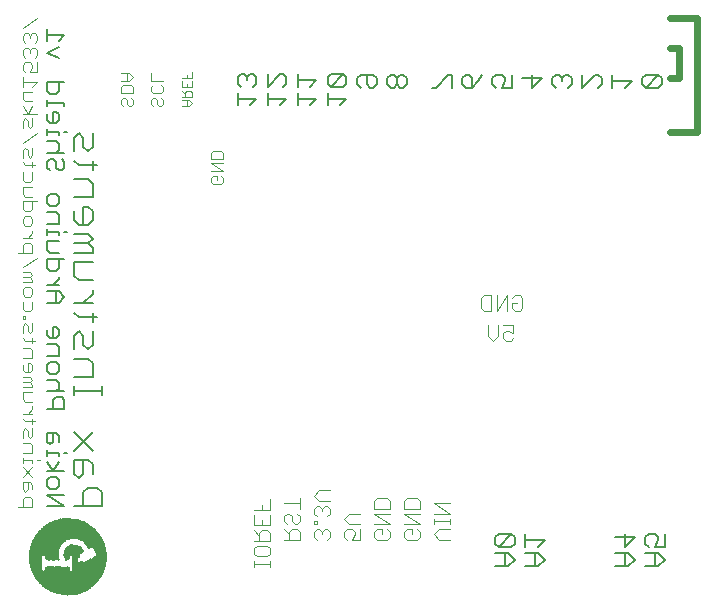
<source format=gbo>
G75*
%MOIN*%
%OFA0B0*%
%FSLAX25Y25*%
%IPPOS*%
%LPD*%
%AMOC8*
5,1,8,0,0,1.08239X$1,22.5*
%
%ADD10C,0.00400*%
%ADD11C,0.00300*%
%ADD12C,0.00500*%
%ADD13C,0.00600*%
%ADD14C,0.02400*%
%ADD15C,0.00800*%
%ADD16R,0.00100X0.01600*%
%ADD17R,0.00100X0.03600*%
%ADD18R,0.00100X0.04800*%
%ADD19R,0.00100X0.05800*%
%ADD20R,0.00100X0.06600*%
%ADD21R,0.00100X0.07300*%
%ADD22R,0.00100X0.08000*%
%ADD23R,0.00100X0.08600*%
%ADD24R,0.00100X0.09100*%
%ADD25R,0.00100X0.09600*%
%ADD26R,0.00100X0.10100*%
%ADD27R,0.00100X0.10600*%
%ADD28R,0.00100X0.11000*%
%ADD29R,0.00100X0.11400*%
%ADD30R,0.00100X0.11800*%
%ADD31R,0.00100X0.12200*%
%ADD32R,0.00100X0.12600*%
%ADD33R,0.00100X0.12900*%
%ADD34R,0.00100X0.13200*%
%ADD35R,0.00100X0.13600*%
%ADD36R,0.00100X0.13800*%
%ADD37R,0.00100X0.14200*%
%ADD38R,0.00100X0.14400*%
%ADD39R,0.00100X0.14800*%
%ADD40R,0.00100X0.15000*%
%ADD41R,0.00100X0.15300*%
%ADD42R,0.00100X0.15600*%
%ADD43R,0.00100X0.15800*%
%ADD44R,0.00100X0.16100*%
%ADD45R,0.00100X0.16400*%
%ADD46R,0.00100X0.16600*%
%ADD47R,0.00100X0.16800*%
%ADD48R,0.00100X0.17000*%
%ADD49R,0.00100X0.17200*%
%ADD50R,0.00100X0.17500*%
%ADD51R,0.00100X0.17700*%
%ADD52R,0.00100X0.17900*%
%ADD53R,0.00100X0.18100*%
%ADD54R,0.00100X0.18300*%
%ADD55R,0.00100X0.18500*%
%ADD56R,0.00100X0.18700*%
%ADD57R,0.00100X0.18900*%
%ADD58R,0.00100X0.19000*%
%ADD59R,0.00100X0.04900*%
%ADD60R,0.00100X0.09300*%
%ADD61R,0.00100X0.05000*%
%ADD62R,0.00100X0.09400*%
%ADD63R,0.00100X0.05100*%
%ADD64R,0.00100X0.09500*%
%ADD65R,0.00100X0.05200*%
%ADD66R,0.00100X0.05300*%
%ADD67R,0.00100X0.09700*%
%ADD68R,0.00100X0.09800*%
%ADD69R,0.00100X0.05400*%
%ADD70R,0.00100X0.05500*%
%ADD71R,0.00100X0.09900*%
%ADD72R,0.00100X0.05600*%
%ADD73R,0.00100X0.10000*%
%ADD74R,0.00100X0.05700*%
%ADD75R,0.00100X0.10200*%
%ADD76R,0.00100X0.06900*%
%ADD77R,0.00100X0.11300*%
%ADD78R,0.00100X0.07200*%
%ADD79R,0.00100X0.11600*%
%ADD80R,0.00100X0.07400*%
%ADD81R,0.00100X0.07500*%
%ADD82R,0.00100X0.11900*%
%ADD83R,0.00100X0.07700*%
%ADD84R,0.00100X0.12000*%
%ADD85R,0.00100X0.07800*%
%ADD86R,0.00100X0.07900*%
%ADD87R,0.00100X0.12300*%
%ADD88R,0.00100X0.12400*%
%ADD89R,0.00100X0.12500*%
%ADD90R,0.00100X0.08100*%
%ADD91R,0.00100X0.08200*%
%ADD92R,0.00100X0.08300*%
%ADD93R,0.00100X0.12700*%
%ADD94R,0.00100X0.08400*%
%ADD95R,0.00100X0.12800*%
%ADD96R,0.00100X0.08500*%
%ADD97R,0.00100X0.13000*%
%ADD98R,0.00100X0.13100*%
%ADD99R,0.00100X0.08700*%
%ADD100R,0.00100X0.08800*%
%ADD101R,0.00100X0.08900*%
%ADD102R,0.00100X0.13300*%
%ADD103R,0.00100X0.13400*%
%ADD104R,0.00100X0.09000*%
%ADD105R,0.00100X0.13500*%
%ADD106R,0.00100X0.09200*%
%ADD107R,0.00100X0.13700*%
%ADD108R,0.00100X0.01100*%
%ADD109R,0.00100X0.10800*%
%ADD110R,0.00100X0.00600*%
%ADD111R,0.00100X0.10400*%
%ADD112R,0.00100X0.00300*%
%ADD113R,0.00100X0.00700*%
%ADD114R,0.00100X0.01800*%
%ADD115R,0.00100X0.02400*%
%ADD116R,0.00100X0.02800*%
%ADD117R,0.00100X0.03200*%
%ADD118R,0.00100X0.03900*%
%ADD119R,0.00100X0.04100*%
%ADD120R,0.00100X0.07600*%
%ADD121R,0.00100X0.04200*%
%ADD122R,0.00100X0.04300*%
%ADD123R,0.00100X0.04400*%
%ADD124R,0.00100X0.04500*%
%ADD125R,0.00100X0.04600*%
%ADD126R,0.00100X0.04700*%
%ADD127R,0.00100X0.07100*%
%ADD128R,0.00100X0.07000*%
%ADD129R,0.00100X0.03700*%
%ADD130R,0.00100X0.03800*%
%ADD131R,0.00100X0.06800*%
%ADD132R,0.00100X0.16900*%
%ADD133R,0.00100X0.06700*%
%ADD134R,0.00100X0.16700*%
%ADD135R,0.00100X0.16500*%
%ADD136R,0.00100X0.11700*%
%ADD137R,0.00100X0.11500*%
%ADD138R,0.00100X0.11200*%
%ADD139R,0.00100X0.11100*%
%ADD140R,0.00100X0.10900*%
%ADD141R,0.00100X0.10700*%
%ADD142R,0.00100X0.10500*%
%ADD143R,0.00100X0.04000*%
%ADD144R,0.00100X0.00500*%
%ADD145R,0.00100X0.02900*%
%ADD146R,0.00100X0.02700*%
%ADD147R,0.00100X0.02500*%
%ADD148R,0.00100X0.02300*%
%ADD149R,0.00100X0.02200*%
%ADD150R,0.00100X0.02000*%
%ADD151R,0.00100X0.01700*%
%ADD152R,0.00100X0.01500*%
%ADD153R,0.00100X0.01300*%
%ADD154R,0.00100X0.10300*%
%ADD155R,0.00100X0.00800*%
%ADD156R,0.00100X0.00200*%
%ADD157R,0.00100X0.16200*%
%ADD158R,0.00100X0.16000*%
%ADD159R,0.00100X0.15500*%
%ADD160R,0.00100X0.15200*%
%ADD161R,0.00100X0.14700*%
%ADD162R,0.00100X0.14100*%
%ADD163R,0.00100X0.06400*%
%ADD164R,0.00100X0.03100*%
D10*
X0066089Y0071133D02*
X0070993Y0071133D01*
X0070993Y0073585D01*
X0070176Y0074403D01*
X0068541Y0074403D01*
X0067724Y0073585D01*
X0067724Y0071133D01*
X0068541Y0076013D02*
X0069358Y0076831D01*
X0069358Y0079283D01*
X0070176Y0079283D02*
X0067724Y0079283D01*
X0067724Y0076831D01*
X0068541Y0076013D01*
X0070993Y0076831D02*
X0070993Y0078465D01*
X0070176Y0079283D01*
X0070993Y0080893D02*
X0067724Y0084163D01*
X0067724Y0085774D02*
X0067724Y0087408D01*
X0067724Y0086591D02*
X0070993Y0086591D01*
X0070993Y0085774D01*
X0070993Y0084163D02*
X0067724Y0080893D01*
X0072628Y0086591D02*
X0073445Y0086591D01*
X0070993Y0089027D02*
X0070993Y0091479D01*
X0070176Y0092296D01*
X0067724Y0092296D01*
X0067724Y0093907D02*
X0067724Y0096359D01*
X0068541Y0097177D01*
X0069358Y0096359D01*
X0069358Y0094725D01*
X0070176Y0093907D01*
X0070993Y0094725D01*
X0070993Y0097177D01*
X0070993Y0098787D02*
X0070993Y0100422D01*
X0071810Y0099605D02*
X0068541Y0099605D01*
X0067724Y0100422D01*
X0067724Y0102041D02*
X0070993Y0102041D01*
X0069358Y0102041D02*
X0070993Y0103676D01*
X0070993Y0104493D01*
X0070993Y0106108D02*
X0068541Y0106108D01*
X0067724Y0106925D01*
X0067724Y0109377D01*
X0070993Y0109377D01*
X0070993Y0110988D02*
X0067724Y0110988D01*
X0067724Y0112622D02*
X0070176Y0112622D01*
X0070993Y0113440D01*
X0070176Y0114257D01*
X0067724Y0114257D01*
X0068541Y0115868D02*
X0070176Y0115868D01*
X0070993Y0116685D01*
X0070993Y0118320D01*
X0070176Y0119137D01*
X0069358Y0119137D01*
X0069358Y0115868D01*
X0068541Y0115868D02*
X0067724Y0116685D01*
X0067724Y0118320D01*
X0067724Y0120748D02*
X0070993Y0120748D01*
X0070993Y0123200D01*
X0070176Y0124018D01*
X0067724Y0124018D01*
X0068541Y0126446D02*
X0067724Y0127263D01*
X0068541Y0126446D02*
X0071810Y0126446D01*
X0070993Y0127263D02*
X0070993Y0125628D01*
X0070176Y0128882D02*
X0070993Y0129699D01*
X0070993Y0132151D01*
X0069358Y0131334D02*
X0069358Y0129699D01*
X0070176Y0128882D01*
X0067724Y0128882D02*
X0067724Y0131334D01*
X0068541Y0132151D01*
X0069358Y0131334D01*
X0068541Y0133762D02*
X0068541Y0134579D01*
X0067724Y0134579D01*
X0067724Y0133762D01*
X0068541Y0133762D01*
X0068541Y0136202D02*
X0067724Y0137019D01*
X0067724Y0139471D01*
X0068541Y0141082D02*
X0067724Y0141899D01*
X0067724Y0143534D01*
X0068541Y0144352D01*
X0070176Y0144352D01*
X0070993Y0143534D01*
X0070993Y0141899D01*
X0070176Y0141082D01*
X0068541Y0141082D01*
X0070993Y0139471D02*
X0070993Y0137019D01*
X0070176Y0136202D01*
X0068541Y0136202D01*
X0067724Y0145962D02*
X0070993Y0145962D01*
X0070993Y0146780D01*
X0070176Y0147597D01*
X0070993Y0148414D01*
X0070176Y0149232D01*
X0067724Y0149232D01*
X0067724Y0150842D02*
X0072628Y0154112D01*
X0070993Y0155723D02*
X0070993Y0158175D01*
X0070176Y0158992D01*
X0068541Y0158992D01*
X0067724Y0158175D01*
X0067724Y0155723D01*
X0066089Y0155723D02*
X0070993Y0155723D01*
X0070993Y0160603D02*
X0067724Y0160603D01*
X0069358Y0160603D02*
X0070993Y0162238D01*
X0070993Y0163055D01*
X0070176Y0164670D02*
X0068541Y0164670D01*
X0067724Y0165487D01*
X0067724Y0167122D01*
X0068541Y0167939D01*
X0070176Y0167939D01*
X0070993Y0167122D01*
X0070993Y0165487D01*
X0070176Y0164670D01*
X0070176Y0169550D02*
X0068541Y0169550D01*
X0067724Y0170367D01*
X0067724Y0172819D01*
X0072628Y0172819D01*
X0070993Y0172819D02*
X0070993Y0170367D01*
X0070176Y0169550D01*
X0070993Y0174430D02*
X0068541Y0174430D01*
X0067724Y0175247D01*
X0067724Y0177699D01*
X0070993Y0177699D01*
X0070176Y0179310D02*
X0068541Y0179310D01*
X0067724Y0180127D01*
X0067724Y0182580D01*
X0068541Y0185008D02*
X0067724Y0185825D01*
X0068541Y0185008D02*
X0071810Y0185008D01*
X0070993Y0185825D02*
X0070993Y0184190D01*
X0070993Y0182580D02*
X0070993Y0180127D01*
X0070176Y0179310D01*
X0070176Y0187444D02*
X0070993Y0188261D01*
X0070993Y0190713D01*
X0069358Y0189896D02*
X0069358Y0188261D01*
X0070176Y0187444D01*
X0067724Y0187444D02*
X0067724Y0189896D01*
X0068541Y0190713D01*
X0069358Y0189896D01*
X0067724Y0192324D02*
X0072628Y0195593D01*
X0070993Y0198021D02*
X0070993Y0200474D01*
X0069358Y0199656D02*
X0069358Y0198021D01*
X0070176Y0197204D01*
X0070993Y0198021D01*
X0069358Y0199656D02*
X0068541Y0200474D01*
X0067724Y0199656D01*
X0067724Y0197204D01*
X0067724Y0202084D02*
X0072628Y0202084D01*
X0070993Y0204536D02*
X0069358Y0202084D01*
X0067724Y0204536D01*
X0068541Y0206151D02*
X0067724Y0206968D01*
X0067724Y0209420D01*
X0070993Y0209420D01*
X0070993Y0211031D02*
X0072628Y0212666D01*
X0067724Y0212666D01*
X0067724Y0211031D02*
X0067724Y0214301D01*
X0068541Y0215911D02*
X0067724Y0216729D01*
X0067724Y0218363D01*
X0068541Y0219181D01*
X0070176Y0219181D01*
X0070993Y0218363D01*
X0070993Y0217546D01*
X0070176Y0215911D01*
X0072628Y0215911D01*
X0072628Y0219181D01*
X0071810Y0220792D02*
X0072628Y0221609D01*
X0072628Y0223244D01*
X0071810Y0224061D01*
X0070993Y0224061D01*
X0070176Y0223244D01*
X0069358Y0224061D01*
X0068541Y0224061D01*
X0067724Y0223244D01*
X0067724Y0221609D01*
X0068541Y0220792D01*
X0070176Y0222426D02*
X0070176Y0223244D01*
X0071810Y0225672D02*
X0072628Y0226489D01*
X0072628Y0228124D01*
X0071810Y0228941D01*
X0070993Y0228941D01*
X0070176Y0228124D01*
X0069358Y0228941D01*
X0068541Y0228941D01*
X0067724Y0228124D01*
X0067724Y0226489D01*
X0068541Y0225672D01*
X0070176Y0227306D02*
X0070176Y0228124D01*
X0067724Y0230552D02*
X0072628Y0233821D01*
X0100474Y0215725D02*
X0103209Y0215725D01*
X0104577Y0214357D01*
X0103209Y0212990D01*
X0100474Y0212990D01*
X0101158Y0211582D02*
X0103893Y0211582D01*
X0104577Y0210898D01*
X0104577Y0208846D01*
X0100474Y0208846D01*
X0100474Y0210898D01*
X0101158Y0211582D01*
X0102525Y0212990D02*
X0102525Y0215725D01*
X0110474Y0215725D02*
X0110474Y0212990D01*
X0114577Y0212990D01*
X0113893Y0211582D02*
X0114577Y0210898D01*
X0114577Y0209530D01*
X0113893Y0208846D01*
X0111158Y0208846D01*
X0110474Y0209530D01*
X0110474Y0210898D01*
X0111158Y0211582D01*
X0111158Y0207438D02*
X0110474Y0206754D01*
X0110474Y0205386D01*
X0111158Y0204702D01*
X0112525Y0205386D02*
X0112525Y0206754D01*
X0111841Y0207438D01*
X0111158Y0207438D01*
X0112525Y0205386D02*
X0113209Y0204702D01*
X0113893Y0204702D01*
X0114577Y0205386D01*
X0114577Y0206754D01*
X0113893Y0207438D01*
X0104577Y0206754D02*
X0104577Y0205386D01*
X0103893Y0204702D01*
X0103209Y0204702D01*
X0102525Y0205386D01*
X0102525Y0206754D01*
X0101841Y0207438D01*
X0101158Y0207438D01*
X0100474Y0206754D01*
X0100474Y0205386D01*
X0101158Y0204702D01*
X0103893Y0207438D02*
X0104577Y0206754D01*
X0130474Y0189041D02*
X0131158Y0189725D01*
X0133893Y0189725D01*
X0134577Y0189041D01*
X0134577Y0186990D01*
X0130474Y0186990D01*
X0130474Y0189041D01*
X0130474Y0185582D02*
X0134577Y0185582D01*
X0134577Y0182846D02*
X0130474Y0185582D01*
X0130474Y0182846D02*
X0134577Y0182846D01*
X0133893Y0181438D02*
X0134577Y0180754D01*
X0134577Y0179386D01*
X0133893Y0178702D01*
X0131158Y0178702D01*
X0130474Y0179386D01*
X0130474Y0180754D01*
X0131158Y0181438D01*
X0132525Y0181438D01*
X0132525Y0180070D01*
X0070993Y0206151D02*
X0068541Y0206151D01*
X0067724Y0147597D02*
X0070176Y0147597D01*
X0070176Y0112622D02*
X0070993Y0111805D01*
X0070993Y0110988D01*
X0070993Y0089027D02*
X0067724Y0089027D01*
X0144924Y0070040D02*
X0150128Y0070040D01*
X0150128Y0073509D01*
X0147526Y0071775D02*
X0147526Y0070040D01*
X0150128Y0068353D02*
X0150128Y0064883D01*
X0144924Y0064883D01*
X0144924Y0068353D01*
X0147526Y0066618D02*
X0147526Y0064883D01*
X0147526Y0063197D02*
X0146658Y0062329D01*
X0146658Y0059727D01*
X0144924Y0059727D02*
X0150128Y0059727D01*
X0150128Y0062329D01*
X0149261Y0063197D01*
X0147526Y0063197D01*
X0146658Y0061462D02*
X0144924Y0063197D01*
X0145791Y0058040D02*
X0149261Y0058040D01*
X0150128Y0057173D01*
X0150128Y0055438D01*
X0149261Y0054571D01*
X0145791Y0054571D01*
X0144924Y0055438D01*
X0144924Y0057173D01*
X0145791Y0058040D01*
X0144924Y0052868D02*
X0144924Y0051133D01*
X0144924Y0052000D02*
X0150128Y0052000D01*
X0150128Y0051133D02*
X0150128Y0052868D01*
X0154924Y0060133D02*
X0160128Y0060133D01*
X0160128Y0062735D01*
X0159261Y0063603D01*
X0157526Y0063603D01*
X0156658Y0062735D01*
X0156658Y0060133D01*
X0156658Y0061868D02*
X0154924Y0063603D01*
X0155791Y0065289D02*
X0154924Y0066157D01*
X0154924Y0067892D01*
X0155791Y0068759D01*
X0156658Y0068759D01*
X0157526Y0067892D01*
X0157526Y0066157D01*
X0158393Y0065289D01*
X0159261Y0065289D01*
X0160128Y0066157D01*
X0160128Y0067892D01*
X0159261Y0068759D01*
X0160128Y0070446D02*
X0160128Y0073915D01*
X0160128Y0072181D02*
X0154924Y0072181D01*
X0164924Y0070470D02*
X0164924Y0068735D01*
X0165791Y0067868D01*
X0165791Y0066157D02*
X0164924Y0066157D01*
X0164924Y0065289D01*
X0165791Y0065289D01*
X0165791Y0066157D01*
X0165791Y0063603D02*
X0164924Y0062735D01*
X0164924Y0061000D01*
X0165791Y0060133D01*
X0167526Y0061868D02*
X0167526Y0062735D01*
X0166658Y0063603D01*
X0165791Y0063603D01*
X0167526Y0062735D02*
X0168393Y0063603D01*
X0169261Y0063603D01*
X0170128Y0062735D01*
X0170128Y0061000D01*
X0169261Y0060133D01*
X0174924Y0061000D02*
X0175791Y0060133D01*
X0174924Y0061000D02*
X0174924Y0062735D01*
X0175791Y0063603D01*
X0177526Y0063603D01*
X0178393Y0062735D01*
X0178393Y0061868D01*
X0177526Y0060133D01*
X0180128Y0060133D01*
X0180128Y0063603D01*
X0180128Y0065289D02*
X0176658Y0065289D01*
X0174924Y0067024D01*
X0176658Y0068759D01*
X0180128Y0068759D01*
X0184924Y0068759D02*
X0190128Y0068759D01*
X0190128Y0070446D02*
X0190128Y0073048D01*
X0189261Y0073915D01*
X0185791Y0073915D01*
X0184924Y0073048D01*
X0184924Y0070446D01*
X0190128Y0070446D01*
X0194924Y0070446D02*
X0194924Y0073048D01*
X0195791Y0073915D01*
X0199261Y0073915D01*
X0200128Y0073048D01*
X0200128Y0070446D01*
X0194924Y0070446D01*
X0194924Y0068759D02*
X0200128Y0068759D01*
X0200128Y0065289D02*
X0194924Y0068759D01*
X0194924Y0065289D02*
X0200128Y0065289D01*
X0199261Y0063603D02*
X0200128Y0062735D01*
X0200128Y0061000D01*
X0199261Y0060133D01*
X0195791Y0060133D01*
X0194924Y0061000D01*
X0194924Y0062735D01*
X0195791Y0063603D01*
X0197526Y0063603D01*
X0197526Y0061868D01*
X0204924Y0061868D02*
X0206658Y0063603D01*
X0210128Y0063603D01*
X0210128Y0065289D02*
X0210128Y0067024D01*
X0210128Y0066157D02*
X0204924Y0066157D01*
X0204924Y0067024D02*
X0204924Y0065289D01*
X0204924Y0068727D02*
X0210128Y0068727D01*
X0204924Y0072197D01*
X0210128Y0072197D01*
X0204924Y0061868D02*
X0206658Y0060133D01*
X0210128Y0060133D01*
X0190128Y0061000D02*
X0189261Y0060133D01*
X0185791Y0060133D01*
X0184924Y0061000D01*
X0184924Y0062735D01*
X0185791Y0063603D01*
X0187526Y0063603D01*
X0187526Y0061868D01*
X0189261Y0063603D02*
X0190128Y0062735D01*
X0190128Y0061000D01*
X0190128Y0065289D02*
X0184924Y0065289D01*
X0184924Y0068759D02*
X0190128Y0065289D01*
X0170128Y0068735D02*
X0170128Y0070470D01*
X0169261Y0071337D01*
X0168393Y0071337D01*
X0167526Y0070470D01*
X0166658Y0071337D01*
X0165791Y0071337D01*
X0164924Y0070470D01*
X0167526Y0070470D02*
X0167526Y0069602D01*
X0169261Y0067868D02*
X0170128Y0068735D01*
X0170128Y0073024D02*
X0166658Y0073024D01*
X0164924Y0074759D01*
X0166658Y0076494D01*
X0170128Y0076494D01*
X0222698Y0128068D02*
X0224432Y0126333D01*
X0226167Y0128068D01*
X0226167Y0131538D01*
X0227854Y0131538D02*
X0231324Y0131538D01*
X0231324Y0128935D01*
X0229589Y0129803D01*
X0228721Y0129803D01*
X0227854Y0128935D01*
X0227854Y0127200D01*
X0228721Y0126333D01*
X0230456Y0126333D01*
X0231324Y0127200D01*
X0222698Y0128068D02*
X0222698Y0131538D01*
X0221409Y0136333D02*
X0220541Y0137200D01*
X0220541Y0140670D01*
X0221409Y0141538D01*
X0224011Y0141538D01*
X0224011Y0136333D01*
X0221409Y0136333D01*
X0225698Y0136333D02*
X0225698Y0141538D01*
X0229167Y0141538D02*
X0225698Y0136333D01*
X0229167Y0136333D02*
X0229167Y0141538D01*
X0230854Y0140670D02*
X0231721Y0141538D01*
X0233456Y0141538D01*
X0234324Y0140670D01*
X0234324Y0137200D01*
X0233456Y0136333D01*
X0231721Y0136333D01*
X0230854Y0137200D01*
X0230854Y0138935D01*
X0232589Y0138935D01*
D11*
X0124076Y0205595D02*
X0123042Y0206629D01*
X0120974Y0206629D01*
X0120974Y0207691D02*
X0124076Y0207691D01*
X0124076Y0209242D01*
X0123559Y0209759D01*
X0122525Y0209759D01*
X0122008Y0209242D01*
X0122008Y0207691D01*
X0122008Y0208725D02*
X0120974Y0209759D01*
X0120974Y0210822D02*
X0120974Y0212890D01*
X0120974Y0213952D02*
X0124076Y0213952D01*
X0124076Y0216021D01*
X0122525Y0214987D02*
X0122525Y0213952D01*
X0124076Y0212890D02*
X0124076Y0210822D01*
X0120974Y0210822D01*
X0122525Y0210822D02*
X0122525Y0211856D01*
X0122525Y0206629D02*
X0122525Y0204560D01*
X0123042Y0204560D02*
X0124076Y0205595D01*
X0123042Y0204560D02*
X0120974Y0204560D01*
D12*
X0139474Y0205029D02*
X0139474Y0209099D01*
X0139474Y0207064D02*
X0145579Y0207064D01*
X0143544Y0205029D01*
X0149474Y0205029D02*
X0149474Y0209099D01*
X0149474Y0211106D02*
X0153544Y0215176D01*
X0154561Y0215176D01*
X0155579Y0214158D01*
X0155579Y0212123D01*
X0154561Y0211106D01*
X0155579Y0207064D02*
X0149474Y0207064D01*
X0149474Y0211106D02*
X0149474Y0215176D01*
X0145579Y0214158D02*
X0145579Y0212123D01*
X0144561Y0211106D01*
X0142526Y0213141D02*
X0142526Y0214158D01*
X0141509Y0215176D01*
X0140491Y0215176D01*
X0139474Y0214158D01*
X0139474Y0212123D01*
X0140491Y0211106D01*
X0142526Y0214158D02*
X0143544Y0215176D01*
X0144561Y0215176D01*
X0145579Y0214158D01*
X0153544Y0205029D02*
X0155579Y0207064D01*
X0159474Y0207064D02*
X0165579Y0207064D01*
X0163544Y0205029D01*
X0169474Y0205029D02*
X0169474Y0209099D01*
X0169474Y0207064D02*
X0175579Y0207064D01*
X0173544Y0205029D01*
X0174561Y0211106D02*
X0170491Y0211106D01*
X0174561Y0215176D01*
X0170491Y0215176D01*
X0169474Y0214158D01*
X0169474Y0212123D01*
X0170491Y0211106D01*
X0174561Y0211106D02*
X0175579Y0212123D01*
X0175579Y0214158D01*
X0174561Y0215176D01*
X0165579Y0213141D02*
X0163544Y0211106D01*
X0165579Y0213141D02*
X0159474Y0213141D01*
X0159474Y0211106D02*
X0159474Y0215176D01*
X0159474Y0209099D02*
X0159474Y0205029D01*
X0082663Y0195921D02*
X0081679Y0195921D01*
X0079710Y0195921D02*
X0075774Y0195921D01*
X0075774Y0194937D02*
X0075774Y0196905D01*
X0076758Y0198866D02*
X0078726Y0198866D01*
X0079710Y0199850D01*
X0079710Y0201818D01*
X0078726Y0202802D01*
X0077742Y0202802D01*
X0077742Y0198866D01*
X0076758Y0198866D02*
X0075774Y0199850D01*
X0075774Y0201818D01*
X0075774Y0204759D02*
X0075774Y0206727D01*
X0075774Y0205743D02*
X0081679Y0205743D01*
X0081679Y0204759D01*
X0078726Y0208687D02*
X0079710Y0209671D01*
X0079710Y0212624D01*
X0081679Y0212624D02*
X0075774Y0212624D01*
X0075774Y0209671D01*
X0076758Y0208687D01*
X0078726Y0208687D01*
X0079710Y0220473D02*
X0075774Y0222442D01*
X0079710Y0224410D01*
X0079710Y0226366D02*
X0081679Y0228335D01*
X0075774Y0228335D01*
X0075774Y0230303D02*
X0075774Y0226366D01*
X0079710Y0195921D02*
X0079710Y0194937D01*
X0078726Y0192980D02*
X0075774Y0192980D01*
X0078726Y0192980D02*
X0079710Y0191996D01*
X0079710Y0190028D01*
X0078726Y0189044D01*
X0077742Y0187087D02*
X0078726Y0186103D01*
X0078726Y0184135D01*
X0079710Y0183151D01*
X0080694Y0183151D01*
X0081679Y0184135D01*
X0081679Y0186103D01*
X0080694Y0187087D01*
X0081679Y0189044D02*
X0075774Y0189044D01*
X0076758Y0187087D02*
X0075774Y0186103D01*
X0075774Y0184135D01*
X0076758Y0183151D01*
X0076758Y0187087D02*
X0077742Y0187087D01*
X0076758Y0175301D02*
X0078726Y0175301D01*
X0079710Y0174317D01*
X0079710Y0172349D01*
X0078726Y0171365D01*
X0076758Y0171365D01*
X0075774Y0172349D01*
X0075774Y0174317D01*
X0076758Y0175301D01*
X0075774Y0169408D02*
X0078726Y0169408D01*
X0079710Y0168424D01*
X0079710Y0165472D01*
X0075774Y0165472D01*
X0075774Y0163511D02*
X0075774Y0161543D01*
X0075774Y0162527D02*
X0079710Y0162527D01*
X0079710Y0161543D01*
X0079710Y0159587D02*
X0075774Y0159587D01*
X0075774Y0156634D01*
X0076758Y0155650D01*
X0079710Y0155650D01*
X0079710Y0153694D02*
X0079710Y0150741D01*
X0078726Y0149757D01*
X0076758Y0149757D01*
X0075774Y0150741D01*
X0075774Y0153694D01*
X0081679Y0153694D01*
X0079710Y0147799D02*
X0079710Y0146814D01*
X0077742Y0144846D01*
X0075774Y0144846D02*
X0079710Y0144846D01*
X0079710Y0142890D02*
X0075774Y0142890D01*
X0078726Y0142890D02*
X0078726Y0138953D01*
X0079710Y0138953D02*
X0081679Y0140921D01*
X0079710Y0142890D01*
X0079710Y0138953D02*
X0075774Y0138953D01*
X0077742Y0131104D02*
X0077742Y0127167D01*
X0076758Y0127167D02*
X0078726Y0127167D01*
X0079710Y0128151D01*
X0079710Y0130119D01*
X0078726Y0131104D01*
X0077742Y0131104D01*
X0075774Y0130119D02*
X0075774Y0128151D01*
X0076758Y0127167D01*
X0075774Y0125211D02*
X0078726Y0125211D01*
X0079710Y0124226D01*
X0079710Y0121274D01*
X0075774Y0121274D01*
X0076758Y0119318D02*
X0078726Y0119318D01*
X0079710Y0118333D01*
X0079710Y0116365D01*
X0078726Y0115381D01*
X0076758Y0115381D01*
X0075774Y0116365D01*
X0075774Y0118333D01*
X0076758Y0119318D01*
X0075774Y0113424D02*
X0078726Y0113424D01*
X0079710Y0112440D01*
X0079710Y0110472D01*
X0078726Y0109488D01*
X0078726Y0107531D02*
X0077742Y0106547D01*
X0077742Y0103595D01*
X0075774Y0103595D02*
X0081679Y0103595D01*
X0081679Y0106547D01*
X0080694Y0107531D01*
X0078726Y0107531D01*
X0075774Y0109488D02*
X0081679Y0109488D01*
X0078726Y0095745D02*
X0075774Y0095745D01*
X0075774Y0092793D01*
X0076758Y0091809D01*
X0077742Y0092793D01*
X0077742Y0095745D01*
X0078726Y0095745D02*
X0079710Y0094761D01*
X0079710Y0092793D01*
X0075774Y0089848D02*
X0075774Y0087880D01*
X0075774Y0088864D02*
X0079710Y0088864D01*
X0079710Y0087880D01*
X0079710Y0085922D02*
X0077742Y0082969D01*
X0075774Y0085922D01*
X0075774Y0082969D02*
X0081679Y0082969D01*
X0079710Y0080029D02*
X0079710Y0078060D01*
X0078726Y0077076D01*
X0076758Y0077076D01*
X0075774Y0078060D01*
X0075774Y0080029D01*
X0076758Y0081013D01*
X0078726Y0081013D01*
X0079710Y0080029D01*
X0081679Y0075120D02*
X0075774Y0075120D01*
X0081679Y0071183D01*
X0075774Y0071183D01*
X0081679Y0088864D02*
X0082663Y0088864D01*
X0082663Y0162527D02*
X0081679Y0162527D01*
D13*
X0179324Y0211855D02*
X0179324Y0213990D01*
X0180391Y0215058D01*
X0184662Y0215058D01*
X0185729Y0213990D01*
X0185729Y0211855D01*
X0184662Y0210788D01*
X0183594Y0210788D01*
X0182526Y0211855D01*
X0182526Y0215058D01*
X0179324Y0211855D02*
X0180391Y0210788D01*
X0189324Y0211855D02*
X0190391Y0210788D01*
X0191459Y0210788D01*
X0192526Y0211855D01*
X0192526Y0213990D01*
X0191459Y0215058D01*
X0190391Y0215058D01*
X0189324Y0213990D01*
X0189324Y0211855D01*
X0192526Y0211855D02*
X0193594Y0210788D01*
X0194662Y0210788D01*
X0195729Y0211855D01*
X0195729Y0213990D01*
X0194662Y0215058D01*
X0193594Y0215058D01*
X0192526Y0213990D01*
X0204324Y0210788D02*
X0205391Y0210788D01*
X0209662Y0215058D01*
X0210729Y0215058D01*
X0210729Y0210788D01*
X0214324Y0211855D02*
X0214324Y0213990D01*
X0215391Y0215058D01*
X0216459Y0215058D01*
X0217526Y0213990D01*
X0217526Y0210788D01*
X0215391Y0210788D01*
X0214324Y0211855D01*
X0217526Y0210788D02*
X0219662Y0212923D01*
X0220729Y0215058D01*
X0224324Y0213990D02*
X0224324Y0211855D01*
X0225391Y0210788D01*
X0227526Y0210788D02*
X0228594Y0212923D01*
X0228594Y0213990D01*
X0227526Y0215058D01*
X0225391Y0215058D01*
X0224324Y0213990D01*
X0227526Y0210788D02*
X0230729Y0210788D01*
X0230729Y0215058D01*
X0234324Y0213990D02*
X0240729Y0213990D01*
X0237526Y0210788D01*
X0237526Y0215058D01*
X0244324Y0213990D02*
X0244324Y0211855D01*
X0245391Y0210788D01*
X0247526Y0212923D02*
X0247526Y0213990D01*
X0246459Y0215058D01*
X0245391Y0215058D01*
X0244324Y0213990D01*
X0247526Y0213990D02*
X0248594Y0215058D01*
X0249662Y0215058D01*
X0250729Y0213990D01*
X0250729Y0211855D01*
X0249662Y0210788D01*
X0254324Y0210788D02*
X0258594Y0215058D01*
X0259662Y0215058D01*
X0260729Y0213990D01*
X0260729Y0211855D01*
X0259662Y0210788D01*
X0264324Y0210788D02*
X0264324Y0215058D01*
X0264324Y0212923D02*
X0270729Y0212923D01*
X0268594Y0210788D01*
X0274324Y0211855D02*
X0275391Y0210788D01*
X0279662Y0215058D01*
X0275391Y0215058D01*
X0274324Y0213990D01*
X0274324Y0211855D01*
X0275391Y0210788D02*
X0279662Y0210788D01*
X0280729Y0211855D01*
X0280729Y0213990D01*
X0279662Y0215058D01*
X0254324Y0215058D02*
X0254324Y0210788D01*
X0268526Y0061949D02*
X0268526Y0057679D01*
X0271729Y0060881D01*
X0265324Y0060881D01*
X0265324Y0055503D02*
X0269594Y0055503D01*
X0271729Y0053368D01*
X0269594Y0051233D01*
X0265324Y0051233D01*
X0268526Y0051233D02*
X0268526Y0055503D01*
X0275324Y0055503D02*
X0279594Y0055503D01*
X0281729Y0053368D01*
X0279594Y0051233D01*
X0275324Y0051233D01*
X0278526Y0051233D02*
X0278526Y0055503D01*
X0278526Y0057679D02*
X0279594Y0059814D01*
X0279594Y0060881D01*
X0278526Y0061949D01*
X0276391Y0061949D01*
X0275324Y0060881D01*
X0275324Y0058746D01*
X0276391Y0057679D01*
X0278526Y0057679D02*
X0281729Y0057679D01*
X0281729Y0061949D01*
X0241729Y0059814D02*
X0235324Y0059814D01*
X0235324Y0057679D02*
X0235324Y0061949D01*
X0239594Y0057679D02*
X0241729Y0059814D01*
X0239594Y0055503D02*
X0235324Y0055503D01*
X0238526Y0055503D02*
X0238526Y0051233D01*
X0239594Y0051233D02*
X0241729Y0053368D01*
X0239594Y0055503D01*
X0239594Y0051233D02*
X0235324Y0051233D01*
X0231729Y0053368D02*
X0229594Y0055503D01*
X0225324Y0055503D01*
X0226391Y0057679D02*
X0230662Y0061949D01*
X0226391Y0061949D01*
X0225324Y0060881D01*
X0225324Y0058746D01*
X0226391Y0057679D01*
X0230662Y0057679D01*
X0231729Y0058746D01*
X0231729Y0060881D01*
X0230662Y0061949D01*
X0228526Y0055503D02*
X0228526Y0051233D01*
X0229594Y0051233D02*
X0231729Y0053368D01*
X0229594Y0051233D02*
X0225324Y0051233D01*
D14*
X0283524Y0195933D02*
X0292524Y0195933D01*
X0292524Y0233933D01*
X0283524Y0233933D01*
X0283524Y0223933D02*
X0286524Y0223933D01*
X0286524Y0213933D01*
X0283524Y0213933D01*
D15*
X0092597Y0184897D02*
X0086458Y0184897D01*
X0084924Y0186431D01*
X0091062Y0186431D02*
X0091062Y0183362D01*
X0089528Y0180293D02*
X0084924Y0180293D01*
X0089528Y0180293D02*
X0091062Y0178758D01*
X0091062Y0174154D01*
X0084924Y0174154D01*
X0087993Y0171085D02*
X0087993Y0164946D01*
X0086458Y0164946D02*
X0089528Y0164946D01*
X0091062Y0166481D01*
X0091062Y0169550D01*
X0089528Y0171085D01*
X0087993Y0171085D01*
X0084924Y0169550D02*
X0084924Y0166481D01*
X0086458Y0164946D01*
X0084924Y0161877D02*
X0089528Y0161877D01*
X0091062Y0160342D01*
X0089528Y0158808D01*
X0084924Y0158808D01*
X0084924Y0155738D02*
X0091062Y0155738D01*
X0091062Y0157273D01*
X0089528Y0158808D01*
X0091062Y0152669D02*
X0084924Y0152669D01*
X0084924Y0148065D01*
X0086458Y0146531D01*
X0091062Y0146531D01*
X0091062Y0143461D02*
X0091062Y0141927D01*
X0087993Y0138857D01*
X0084924Y0138857D02*
X0091062Y0138857D01*
X0091062Y0135788D02*
X0091062Y0132719D01*
X0092597Y0134253D02*
X0086458Y0134253D01*
X0084924Y0135788D01*
X0086458Y0129650D02*
X0087993Y0128115D01*
X0087993Y0125046D01*
X0089528Y0123511D01*
X0091062Y0125046D01*
X0091062Y0129650D01*
X0086458Y0129650D02*
X0084924Y0128115D01*
X0084924Y0123511D01*
X0084924Y0120442D02*
X0089528Y0120442D01*
X0091062Y0118907D01*
X0091062Y0114303D01*
X0084924Y0114303D01*
X0084924Y0111234D02*
X0084924Y0108165D01*
X0084924Y0109699D02*
X0094131Y0109699D01*
X0094131Y0108165D02*
X0094131Y0111234D01*
X0091062Y0095887D02*
X0084924Y0089749D01*
X0091062Y0089749D02*
X0084924Y0095887D01*
X0084924Y0086680D02*
X0084924Y0082076D01*
X0086458Y0080541D01*
X0087993Y0082076D01*
X0087993Y0086680D01*
X0089528Y0086680D02*
X0084924Y0086680D01*
X0089528Y0086680D02*
X0091062Y0085145D01*
X0091062Y0082076D01*
X0089528Y0077472D02*
X0087993Y0075937D01*
X0087993Y0071333D01*
X0084924Y0071333D02*
X0094131Y0071333D01*
X0094131Y0075937D01*
X0092597Y0077472D01*
X0089528Y0077472D01*
X0089528Y0189501D02*
X0087993Y0191035D01*
X0087993Y0194105D01*
X0086458Y0195639D01*
X0084924Y0194105D01*
X0084924Y0189501D01*
X0089528Y0189501D02*
X0091062Y0191035D01*
X0091062Y0195639D01*
D16*
X0070124Y0054383D03*
D17*
X0070224Y0054383D03*
X0082124Y0055183D03*
X0083624Y0056483D03*
X0083724Y0056483D03*
X0083824Y0056483D03*
D18*
X0070324Y0054383D03*
D19*
X0070424Y0054383D03*
D20*
X0070524Y0054383D03*
X0075424Y0047283D03*
X0085424Y0063683D03*
X0085924Y0063583D03*
X0086024Y0063583D03*
X0086324Y0063483D03*
X0086424Y0063483D03*
X0086624Y0063383D03*
X0086724Y0063383D03*
X0086924Y0063283D03*
X0087224Y0063183D03*
D21*
X0088824Y0062233D03*
X0088924Y0062133D03*
X0090624Y0061033D03*
X0092024Y0059833D03*
X0092124Y0059733D03*
X0083124Y0063633D03*
X0083024Y0063633D03*
X0082924Y0063633D03*
X0070624Y0054433D03*
D22*
X0070724Y0054383D03*
X0076624Y0047183D03*
X0076724Y0047183D03*
X0089624Y0061383D03*
X0090124Y0061083D03*
X0081624Y0063183D03*
D23*
X0080924Y0062783D03*
X0070824Y0054383D03*
X0077824Y0046883D03*
X0077924Y0046883D03*
D24*
X0079124Y0046633D03*
X0079224Y0046633D03*
X0079324Y0046633D03*
X0070924Y0054433D03*
X0080524Y0062433D03*
X0092424Y0050233D03*
X0092324Y0050133D03*
X0092224Y0050033D03*
D25*
X0090924Y0049083D03*
X0090824Y0048983D03*
X0090724Y0048983D03*
X0090624Y0048883D03*
X0090324Y0048683D03*
X0083124Y0046283D03*
X0083024Y0046283D03*
X0082924Y0046283D03*
X0082624Y0046383D03*
X0082524Y0046383D03*
X0082424Y0046383D03*
X0082324Y0046383D03*
X0082224Y0046383D03*
X0082124Y0046383D03*
X0082024Y0046383D03*
X0081924Y0046383D03*
X0081824Y0046383D03*
X0081724Y0046383D03*
X0081624Y0046383D03*
X0081524Y0046383D03*
X0081424Y0046383D03*
X0071024Y0054383D03*
X0074724Y0059483D03*
D26*
X0080024Y0061833D03*
X0071124Y0054433D03*
X0088024Y0047633D03*
D27*
X0087724Y0047783D03*
X0087524Y0047683D03*
X0087424Y0047583D03*
X0087324Y0047583D03*
X0087124Y0047483D03*
X0071224Y0054383D03*
D28*
X0071324Y0054383D03*
X0075424Y0059283D03*
D29*
X0071424Y0054383D03*
D30*
X0071524Y0054383D03*
X0075824Y0059183D03*
D31*
X0076224Y0059283D03*
X0076324Y0059283D03*
X0071624Y0054383D03*
D32*
X0071724Y0054383D03*
X0076924Y0059483D03*
X0077024Y0059483D03*
D33*
X0077524Y0059633D03*
X0077624Y0059633D03*
X0071824Y0054433D03*
D34*
X0071924Y0054383D03*
X0078224Y0059783D03*
X0078324Y0059783D03*
X0078424Y0059783D03*
X0094024Y0054383D03*
D35*
X0079624Y0059983D03*
X0079524Y0059983D03*
X0079424Y0059983D03*
X0079324Y0059983D03*
X0072024Y0054383D03*
D36*
X0072124Y0054383D03*
X0093824Y0054383D03*
D37*
X0072224Y0054383D03*
D38*
X0072324Y0054383D03*
X0093624Y0054383D03*
D39*
X0072424Y0054383D03*
D40*
X0072524Y0054383D03*
X0093424Y0054383D03*
D41*
X0072624Y0054433D03*
D42*
X0072724Y0054383D03*
D43*
X0072824Y0054383D03*
X0093124Y0054383D03*
D44*
X0072924Y0054433D03*
D45*
X0073024Y0054383D03*
D46*
X0073124Y0054383D03*
X0085724Y0050083D03*
D47*
X0085124Y0050083D03*
X0085024Y0050083D03*
X0084924Y0050083D03*
X0084824Y0050083D03*
X0084724Y0050083D03*
X0084624Y0050083D03*
X0092724Y0054383D03*
X0073224Y0054383D03*
D48*
X0073324Y0054383D03*
X0092624Y0054383D03*
D49*
X0073424Y0054383D03*
D50*
X0073524Y0054433D03*
D51*
X0073624Y0054433D03*
D52*
X0073724Y0054433D03*
D53*
X0073824Y0054433D03*
D54*
X0073924Y0054433D03*
D55*
X0074024Y0054433D03*
D56*
X0074124Y0054433D03*
D57*
X0074224Y0054433D03*
D58*
X0074324Y0054383D03*
D59*
X0074424Y0047233D03*
D60*
X0079824Y0046533D03*
X0079924Y0046533D03*
X0080024Y0046533D03*
X0080124Y0046533D03*
X0091824Y0049733D03*
X0091924Y0049833D03*
X0080424Y0062333D03*
X0074424Y0059333D03*
D61*
X0074524Y0047183D03*
D62*
X0080224Y0046483D03*
X0080324Y0046483D03*
X0080424Y0046483D03*
X0080524Y0046483D03*
X0080624Y0046483D03*
X0083324Y0046283D03*
X0091524Y0049483D03*
X0091624Y0049583D03*
X0091724Y0049683D03*
X0094924Y0054383D03*
X0074524Y0059383D03*
D63*
X0074624Y0047133D03*
D64*
X0080724Y0046433D03*
X0080824Y0046433D03*
X0080924Y0046433D03*
X0081024Y0046433D03*
X0081124Y0046433D03*
X0081224Y0046433D03*
X0081324Y0046433D03*
X0083224Y0046233D03*
X0091024Y0049133D03*
X0091124Y0049233D03*
X0091224Y0049333D03*
X0091324Y0049333D03*
X0091424Y0049433D03*
X0080324Y0062233D03*
X0074624Y0059433D03*
D65*
X0074724Y0047083D03*
D66*
X0074824Y0047033D03*
X0074924Y0047033D03*
D67*
X0082724Y0046333D03*
X0082824Y0046333D03*
X0088424Y0047633D03*
X0088524Y0047633D03*
X0088624Y0047733D03*
X0088724Y0047733D03*
X0088824Y0047833D03*
X0088924Y0047833D03*
X0089024Y0047933D03*
X0089224Y0048033D03*
X0089424Y0048133D03*
X0089624Y0048233D03*
X0089724Y0048333D03*
X0089924Y0048433D03*
X0090024Y0048533D03*
X0090124Y0048533D03*
X0090224Y0048633D03*
X0090424Y0048733D03*
X0090524Y0048833D03*
X0080224Y0062133D03*
X0074824Y0059533D03*
D68*
X0074924Y0059583D03*
X0075024Y0059583D03*
X0088324Y0047583D03*
X0089124Y0047983D03*
X0089324Y0048083D03*
X0089524Y0048183D03*
X0089824Y0048383D03*
D69*
X0075024Y0046983D03*
D70*
X0075124Y0046933D03*
D71*
X0088224Y0047633D03*
X0075124Y0059633D03*
X0080124Y0062033D03*
D72*
X0095524Y0054383D03*
X0075224Y0046883D03*
D73*
X0088124Y0047583D03*
X0094824Y0054383D03*
X0075224Y0059683D03*
D74*
X0075324Y0046933D03*
D75*
X0075324Y0059683D03*
D76*
X0083824Y0063733D03*
X0083924Y0063733D03*
X0084024Y0063733D03*
X0084124Y0063733D03*
X0084224Y0063733D03*
X0084324Y0063733D03*
X0087924Y0062833D03*
X0088124Y0062733D03*
X0091024Y0060933D03*
X0091124Y0060933D03*
X0091224Y0060833D03*
X0091524Y0060533D03*
X0075524Y0047333D03*
D77*
X0075524Y0059233D03*
D78*
X0083224Y0063683D03*
X0083324Y0063683D03*
X0088624Y0062383D03*
X0088724Y0062283D03*
X0090724Y0061083D03*
X0091924Y0059983D03*
X0075724Y0047383D03*
X0075624Y0047383D03*
D79*
X0075624Y0059183D03*
X0075724Y0059183D03*
D80*
X0082724Y0063583D03*
X0082824Y0063583D03*
X0089024Y0062083D03*
X0089124Y0061983D03*
X0090524Y0061083D03*
X0092224Y0059583D03*
X0075824Y0047383D03*
D81*
X0075924Y0047333D03*
X0076024Y0047333D03*
X0089224Y0061833D03*
X0092324Y0059433D03*
X0092424Y0059333D03*
X0082624Y0063533D03*
X0082524Y0063533D03*
D82*
X0076024Y0059233D03*
X0075924Y0059233D03*
D83*
X0082024Y0063333D03*
X0082124Y0063333D03*
X0082224Y0063433D03*
X0089424Y0061633D03*
X0092524Y0059133D03*
X0076124Y0047333D03*
D84*
X0076124Y0059283D03*
X0094324Y0054383D03*
D85*
X0095224Y0054383D03*
X0090324Y0061083D03*
X0090224Y0061083D03*
X0081924Y0063283D03*
X0076324Y0047283D03*
X0076224Y0047283D03*
D86*
X0076424Y0047233D03*
X0076524Y0047233D03*
X0089524Y0061533D03*
X0081824Y0063233D03*
X0081724Y0063233D03*
D87*
X0076424Y0059333D03*
D88*
X0076524Y0059383D03*
X0076624Y0059383D03*
X0094224Y0054383D03*
D89*
X0076824Y0059433D03*
X0076724Y0059433D03*
D90*
X0081524Y0063133D03*
X0090024Y0061133D03*
X0084424Y0045633D03*
X0084324Y0045633D03*
X0084224Y0045633D03*
X0084124Y0045633D03*
X0084024Y0045633D03*
X0083924Y0045633D03*
X0083824Y0045633D03*
X0083724Y0045633D03*
X0083624Y0045633D03*
X0076924Y0047133D03*
X0076824Y0047133D03*
D91*
X0077024Y0047083D03*
X0089924Y0061083D03*
X0089724Y0061283D03*
X0081424Y0063083D03*
D92*
X0081324Y0063033D03*
X0089824Y0061133D03*
X0077224Y0047033D03*
X0077124Y0047033D03*
D93*
X0077124Y0059533D03*
X0077224Y0059533D03*
D94*
X0081124Y0062883D03*
X0081224Y0062983D03*
X0095124Y0054383D03*
X0077424Y0046983D03*
X0077324Y0046983D03*
D95*
X0077324Y0059583D03*
X0077424Y0059583D03*
X0094124Y0054383D03*
D96*
X0081024Y0062833D03*
X0077724Y0046933D03*
X0077624Y0046933D03*
X0077524Y0046933D03*
D97*
X0077724Y0059683D03*
X0077824Y0059683D03*
D98*
X0077924Y0059733D03*
X0078024Y0059733D03*
X0078124Y0059733D03*
D99*
X0078124Y0046833D03*
X0078024Y0046833D03*
D100*
X0078224Y0046783D03*
X0078324Y0046783D03*
X0078424Y0046783D03*
X0080824Y0062683D03*
D101*
X0080724Y0062633D03*
X0078724Y0046733D03*
X0078624Y0046733D03*
X0078524Y0046733D03*
X0083524Y0046033D03*
D102*
X0078624Y0059833D03*
X0078524Y0059833D03*
D103*
X0078724Y0059883D03*
X0078824Y0059883D03*
X0078924Y0059883D03*
X0093924Y0054383D03*
D104*
X0095024Y0054383D03*
X0080624Y0062583D03*
X0079024Y0046683D03*
X0078924Y0046683D03*
X0078824Y0046683D03*
D105*
X0079024Y0059933D03*
X0079124Y0059933D03*
X0079224Y0059933D03*
D106*
X0092024Y0049883D03*
X0092124Y0049983D03*
X0092524Y0050383D03*
X0083424Y0046183D03*
X0079724Y0046583D03*
X0079624Y0046583D03*
X0079524Y0046583D03*
X0079424Y0046583D03*
D107*
X0079724Y0060033D03*
D108*
X0087824Y0056333D03*
X0079824Y0053733D03*
D109*
X0079824Y0061483D03*
X0094624Y0054383D03*
D110*
X0088024Y0056183D03*
X0079924Y0053483D03*
D111*
X0087824Y0047683D03*
X0086724Y0047283D03*
X0094724Y0054383D03*
X0079924Y0061683D03*
D112*
X0080024Y0053333D03*
X0086924Y0054333D03*
D113*
X0081624Y0055133D03*
D114*
X0081724Y0055183D03*
X0087424Y0056483D03*
D115*
X0081824Y0055183D03*
D116*
X0081924Y0055183D03*
D117*
X0082024Y0055183D03*
D118*
X0082224Y0055133D03*
X0086724Y0056033D03*
D119*
X0086524Y0056033D03*
X0082324Y0055233D03*
D120*
X0089324Y0061783D03*
X0090424Y0061083D03*
X0082424Y0063483D03*
X0082324Y0063483D03*
D121*
X0082424Y0055283D03*
D122*
X0082524Y0055333D03*
X0083524Y0056033D03*
X0086324Y0056033D03*
X0086424Y0056033D03*
D123*
X0082724Y0055483D03*
X0082624Y0055383D03*
X0095624Y0054383D03*
D124*
X0086224Y0056033D03*
X0086124Y0056033D03*
X0082924Y0055533D03*
X0082824Y0055533D03*
D125*
X0083024Y0055583D03*
X0083224Y0055683D03*
X0083324Y0055783D03*
X0083424Y0055883D03*
X0086024Y0055983D03*
D126*
X0083124Y0055633D03*
D127*
X0090824Y0061033D03*
X0091824Y0060133D03*
X0088524Y0062433D03*
X0088424Y0062533D03*
X0083624Y0063733D03*
X0083524Y0063733D03*
X0083424Y0063733D03*
X0095324Y0054433D03*
D128*
X0091724Y0060283D03*
X0091624Y0060383D03*
X0090924Y0060983D03*
X0088324Y0062583D03*
X0088224Y0062683D03*
X0083724Y0063683D03*
D129*
X0083924Y0056533D03*
X0084024Y0056533D03*
X0084124Y0056533D03*
X0084224Y0056533D03*
D130*
X0084324Y0056583D03*
X0084424Y0056583D03*
D131*
X0091324Y0060783D03*
X0091424Y0060683D03*
X0088024Y0062783D03*
X0087824Y0062883D03*
X0087724Y0062983D03*
X0087624Y0062983D03*
X0087424Y0063083D03*
X0084624Y0063783D03*
X0084524Y0063783D03*
X0084424Y0063783D03*
D132*
X0084524Y0050033D03*
D133*
X0087524Y0063033D03*
X0087324Y0063133D03*
X0087124Y0063233D03*
X0087024Y0063233D03*
X0086824Y0063333D03*
X0086524Y0063433D03*
X0086224Y0063533D03*
X0086124Y0063533D03*
X0085824Y0063633D03*
X0085724Y0063633D03*
X0085624Y0063633D03*
X0085524Y0063633D03*
X0085324Y0063733D03*
X0085224Y0063733D03*
X0085124Y0063733D03*
X0085024Y0063733D03*
X0084924Y0063733D03*
X0084824Y0063733D03*
X0084724Y0063733D03*
D134*
X0085224Y0050133D03*
X0085324Y0050133D03*
X0085424Y0050133D03*
X0085524Y0050133D03*
X0085624Y0050133D03*
D135*
X0085824Y0050133D03*
X0085924Y0050133D03*
X0092824Y0054433D03*
D136*
X0094424Y0054433D03*
X0086024Y0047733D03*
D137*
X0086124Y0047633D03*
D138*
X0086224Y0047583D03*
X0094524Y0054383D03*
D139*
X0086324Y0047533D03*
D140*
X0086424Y0047433D03*
D141*
X0086524Y0047333D03*
X0087624Y0047733D03*
D142*
X0087224Y0047533D03*
X0087024Y0047433D03*
X0086924Y0047433D03*
X0086824Y0047333D03*
X0086624Y0047333D03*
D143*
X0086624Y0056083D03*
D144*
X0086824Y0054433D03*
D145*
X0086824Y0056433D03*
D146*
X0086924Y0056533D03*
D147*
X0087024Y0056533D03*
D148*
X0087124Y0056533D03*
D149*
X0087224Y0056483D03*
D150*
X0087324Y0056483D03*
D151*
X0087524Y0056433D03*
D152*
X0087624Y0056433D03*
D153*
X0087724Y0056333D03*
D154*
X0087924Y0047633D03*
D155*
X0087924Y0056283D03*
D156*
X0088124Y0056083D03*
X0095824Y0054383D03*
D157*
X0092924Y0054383D03*
D158*
X0093024Y0054383D03*
D159*
X0093224Y0054433D03*
D160*
X0093324Y0054383D03*
D161*
X0093524Y0054433D03*
D162*
X0093724Y0054433D03*
D163*
X0095424Y0054383D03*
D164*
X0095724Y0054433D03*
M02*

</source>
